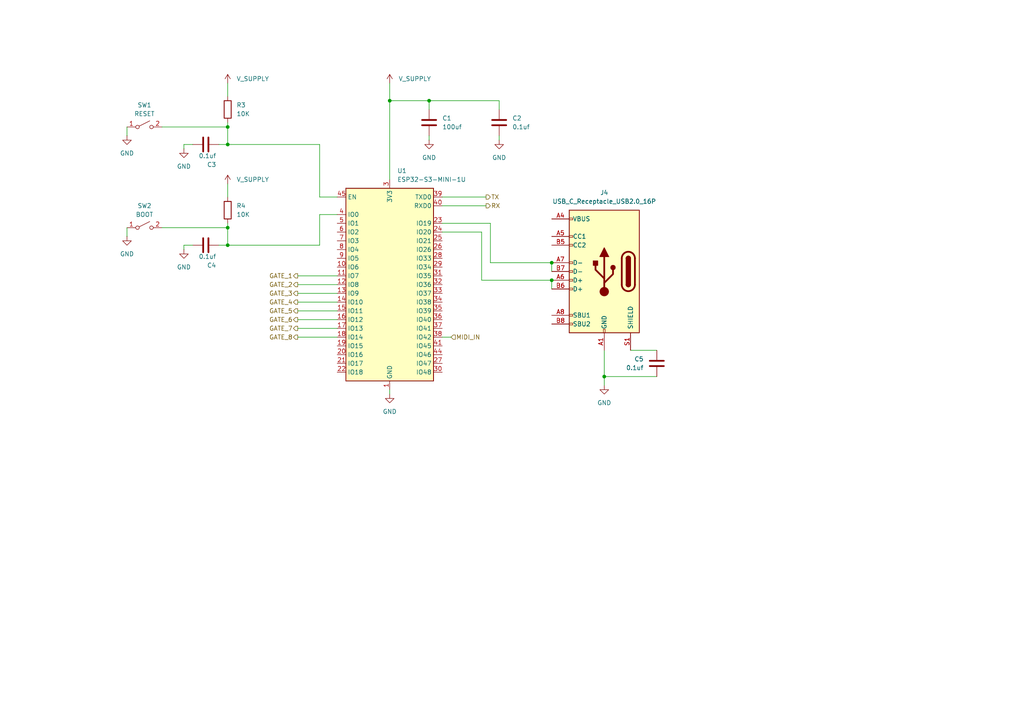
<source format=kicad_sch>
(kicad_sch (version 20231120) (generator "eeschema") (generator_version "8.0")
  (paper "A4")
  (lib_symbols
    (symbol "Connector:USB_C_Receptacle_USB2.0_16P" (pin_names (offset 1.016))
      (property "Reference" "J" (at 0 22.225 0))
      (property "Value" "USB_C_Receptacle_USB2.0_16P" (at 0 19.685 0))
      (symbol "USB_C_Receptacle_USB2.0_16P_0_0"
        (rectangle (start -0.254 -17.78) (end 0.254 -16.764))
        (rectangle (start 10.16 -14.986) (end 9.144 -15.494))
        (rectangle (start 10.16 -12.446) (end 9.144 -12.954))
        (rectangle (start 10.16 -4.826) (end 9.144 -5.334))
        (rectangle (start 10.16 -2.286) (end 9.144 -2.794))
        (rectangle (start 10.16 0.254) (end 9.144 -0.254))
        (rectangle (start 10.16 2.794) (end 9.144 2.286))
        (rectangle (start 10.16 7.874) (end 9.144 7.366))
        (rectangle (start 10.16 10.414) (end 9.144 9.906))
        (rectangle (start 10.16 15.494) (end 9.144 14.986))
      )
      (symbol "USB_C_Receptacle_USB2.0_16P_0_1"
        (rectangle (start -10.16 17.78) (end 10.16 -17.78) (stroke (width 0.254)) (fill (type background)))
        (arc (start -8.89 -3.81) (mid -6.985 -5.7067) (end -5.08 -3.81) (stroke (width 0.508)))
        (arc (start -7.62 -3.81) (mid -6.985 -4.4423) (end -6.35 -3.81) (stroke (width 0.254)))
        (arc (start -7.62 -3.81) (mid -6.985 -4.4423) (end -6.35 -3.81) (stroke (width 0.254)) (fill (type outline)))
        (rectangle (start -7.62 -3.81) (end -6.35 3.81) (stroke (width 0.254)) (fill (type outline)))
        (arc (start -6.35 3.81) (mid -6.985 4.4423) (end -7.62 3.81) (stroke (width 0.254)))
        (arc (start -6.35 3.81) (mid -6.985 4.4423) (end -7.62 3.81) (stroke (width 0.254)) (fill (type outline)))
        (arc (start -5.08 3.81) (mid -6.985 5.7067) (end -8.89 3.81) (stroke (width 0.508)))
        (circle (center -2.54 1.143) (radius 0.635) (stroke (width 0.254)) (fill (type outline)))
        (circle (center 0 -5.842) (radius 1.27) (fill (type outline)))
        (polyline (pts (xy -8.89 -3.81) (xy -8.89 3.81)) (stroke (width 0.508)))
        (polyline (pts (xy -5.08 3.81) (xy -5.08 -3.81)) (stroke (width 0.508)))
        (polyline (pts (xy 0 -5.842) (xy 0 4.318)) (stroke (width 0.508)))
        (polyline (pts (xy 0 -3.302) (xy -2.54 -0.762) (xy -2.54 0.508)) (stroke (width 0.508)))
        (polyline (pts (xy 0 -2.032) (xy 2.54 0.508) (xy 2.54 1.778)) (stroke (width 0.508)))
        (polyline (pts (xy -1.27 4.318) (xy 0 6.858) (xy 1.27 4.318) (xy -1.27 4.318)) (stroke (width 0.254)) (fill (type outline)))
        (rectangle (start 1.905 1.778) (end 3.175 3.048) (stroke (width 0.254)) (fill (type outline)))
      )
      (symbol "USB_C_Receptacle_USB2.0_16P_1_1"
        (pin passive line (at 0 -22.86 90) (length 5.08) (name "GND") (number "A1"))
        (pin passive line (at 0 -22.86 90) (length 5.08) hide (name "GND") (number "A12"))
        (pin passive line (at 15.24 15.24 180) (length 5.08) (name "VBUS") (number "A4"))
        (pin bidirectional line (at 15.24 10.16 180) (length 5.08) (name "CC1") (number "A5"))
        (pin bidirectional line (at 15.24 -2.54 180) (length 5.08) (name "D+") (number "A6"))
        (pin bidirectional line (at 15.24 2.54 180) (length 5.08) (name "D-") (number "A7"))
        (pin bidirectional line (at 15.24 -12.7 180) (length 5.08) (name "SBU1") (number "A8"))
        (pin passive line (at 15.24 15.24 180) (length 5.08) hide (name "VBUS") (number "A9"))
        (pin passive line (at 0 -22.86 90) (length 5.08) hide (name "GND") (number "B1"))
        (pin passive line (at 0 -22.86 90) (length 5.08) hide (name "GND") (number "B12"))
        (pin passive line (at 15.24 15.24 180) (length 5.08) hide (name "VBUS") (number "B4"))
        (pin bidirectional line (at 15.24 7.62 180) (length 5.08) (name "CC2") (number "B5"))
        (pin bidirectional line (at 15.24 -5.08 180) (length 5.08) (name "D+") (number "B6"))
        (pin bidirectional line (at 15.24 0 180) (length 5.08) (name "D-") (number "B7"))
        (pin bidirectional line (at 15.24 -15.24 180) (length 5.08) (name "SBU2") (number "B8"))
        (pin passive line (at 15.24 15.24 180) (length 5.08) hide (name "VBUS") (number "B9"))
        (pin passive line (at -7.62 -22.86 90) (length 5.08) (name "SHIELD") (number "S1"))
      )
    )
    (symbol "Device:C" (pin_numbers hide) (pin_names (offset 0.254))
      (property "Reference" "C" (at 0.635 2.54 0))
      (property "Value" "C" (at 0.635 -2.54 0))
      (symbol "C_0_1"
        (polyline (pts (xy -2.032 -0.762) (xy 2.032 -0.762)) (stroke (width 0.508)))
        (polyline (pts (xy -2.032 0.762) (xy 2.032 0.762)) (stroke (width 0.508)))
      )
      (symbol "C_1_1"
        (pin passive line (at 0 3.81 270) (length 2.794) (name "~") (number "1"))
        (pin passive line (at 0 -3.81 90) (length 2.794) (name "~") (number "2"))
      )
    )
    (symbol "Device:R" (pin_numbers hide) (pin_names (offset 0))
      (property "Reference" "R" (at 2.032 0 90))
      (property "Value" "R" (at 0 0 90))
      (symbol "R_0_1"
        (rectangle (start -1.016 -2.54) (end 1.016 2.54) (stroke (width 0.254)))
      )
      (symbol "R_1_1"
        (pin passive line (at 0 3.81 270) (length 1.27) (name "~") (number "1"))
        (pin passive line (at 0 -3.81 90) (length 1.27) (name "~") (number "2"))
      )
    )
    (symbol "RF_Module:ESP32-S3-MINI-1U"
      (property "Reference" "U" (at -11.43 29.21 0))
      (property "Value" "ESP32-S3-MINI-1U" (at 12.7 29.21 0))
      (symbol "ESP32-S3-MINI-1U_0_1"
        (rectangle (start -12.7 27.94) (end 12.7 -27.94) (stroke (width 0.254)) (fill (type background)))
      )
      (symbol "ESP32-S3-MINI-1U_1_1"
        (pin power_in line (at 0 -30.48 90) (length 2.54) (name "GND") (number "1"))
        (pin bidirectional line (at -15.24 5.08 0) (length 2.54) (name "IO6") (number "10"))
        (pin bidirectional line (at -15.24 2.54 0) (length 2.54) (name "IO7") (number "11"))
        (pin bidirectional line (at -15.24 0 0) (length 2.54) (name "IO8") (number "12"))
        (pin bidirectional line (at -15.24 -2.54 0) (length 2.54) (name "IO9") (number "13"))
        (pin bidirectional line (at -15.24 -5.08 0) (length 2.54) (name "IO10") (number "14"))
        (pin bidirectional line (at -15.24 -7.62 0) (length 2.54) (name "IO11") (number "15"))
        (pin bidirectional line (at -15.24 -10.16 0) (length 2.54) (name "IO12") (number "16"))
        (pin bidirectional line (at -15.24 -12.7 0) (length 2.54) (name "IO13") (number "17"))
        (pin bidirectional line (at -15.24 -15.24 0) (length 2.54) (name "IO14") (number "18"))
        (pin bidirectional line (at -15.24 -17.78 0) (length 2.54) (name "IO15") (number "19"))
        (pin passive line (at 0 -30.48 90) (length 2.54) hide (name "GND") (number "2"))
        (pin bidirectional line (at -15.24 -20.32 0) (length 2.54) (name "IO16") (number "20"))
        (pin bidirectional line (at -15.24 -22.86 0) (length 2.54) (name "IO17") (number "21"))
        (pin bidirectional line (at -15.24 -25.4 0) (length 2.54) (name "IO18") (number "22"))
        (pin bidirectional line (at 15.24 17.78 180) (length 2.54) (name "IO19") (number "23"))
        (pin bidirectional line (at 15.24 15.24 180) (length 2.54) (name "IO20") (number "24"))
        (pin bidirectional line (at 15.24 12.7 180) (length 2.54) (name "IO21") (number "25"))
        (pin bidirectional line (at 15.24 10.16 180) (length 2.54) (name "IO26") (number "26"))
        (pin bidirectional line (at 15.24 -22.86 180) (length 2.54) (name "IO47") (number "27"))
        (pin bidirectional line (at 15.24 7.62 180) (length 2.54) (name "IO33") (number "28"))
        (pin bidirectional line (at 15.24 5.08 180) (length 2.54) (name "IO34") (number "29"))
        (pin power_in line (at 0 30.48 270) (length 2.54) (name "3V3") (number "3"))
        (pin bidirectional line (at 15.24 -25.4 180) (length 2.54) (name "IO48") (number "30"))
        (pin bidirectional line (at 15.24 2.54 180) (length 2.54) (name "IO35") (number "31"))
        (pin bidirectional line (at 15.24 0 180) (length 2.54) (name "IO36") (number "32"))
        (pin bidirectional line (at 15.24 -2.54 180) (length 2.54) (name "IO37") (number "33"))
        (pin bidirectional line (at 15.24 -5.08 180) (length 2.54) (name "IO38") (number "34"))
        (pin bidirectional line (at 15.24 -7.62 180) (length 2.54) (name "IO39") (number "35"))
        (pin bidirectional line (at 15.24 -10.16 180) (length 2.54) (name "IO40") (number "36"))
        (pin bidirectional line (at 15.24 -12.7 180) (length 2.54) (name "IO41") (number "37"))
        (pin bidirectional line (at 15.24 -15.24 180) (length 2.54) (name "IO42") (number "38"))
        (pin bidirectional line (at 15.24 25.4 180) (length 2.54) (name "TXD0") (number "39"))
        (pin bidirectional line (at -15.24 20.32 0) (length 2.54) (name "IO0") (number "4"))
        (pin bidirectional line (at 15.24 22.86 180) (length 2.54) (name "RXD0") (number "40"))
        (pin bidirectional line (at 15.24 -17.78 180) (length 2.54) (name "IO45") (number "41"))
        (pin passive line (at 0 -30.48 90) (length 2.54) hide (name "GND") (number "42"))
        (pin passive line (at 0 -30.48 90) (length 2.54) hide (name "GND") (number "43"))
        (pin bidirectional line (at 15.24 -20.32 180) (length 2.54) (name "IO46") (number "44"))
        (pin input line (at -15.24 25.4 0) (length 2.54) (name "EN") (number "45"))
        (pin passive line (at 0 -30.48 90) (length 2.54) hide (name "GND") (number "46"))
        (pin passive line (at 0 -30.48 90) (length 2.54) hide (name "GND") (number "47"))
        (pin passive line (at 0 -30.48 90) (length 2.54) hide (name "GND") (number "48"))
        (pin passive line (at 0 -30.48 90) (length 2.54) hide (name "GND") (number "49"))
        (pin bidirectional line (at -15.24 17.78 0) (length 2.54) (name "IO1") (number "5"))
        (pin passive line (at 0 -30.48 90) (length 2.54) hide (name "GND") (number "50"))
        (pin passive line (at 0 -30.48 90) (length 2.54) hide (name "GND") (number "51"))
        (pin passive line (at 0 -30.48 90) (length 2.54) hide (name "GND") (number "52"))
        (pin passive line (at 0 -30.48 90) (length 2.54) hide (name "GND") (number "53"))
        (pin passive line (at 0 -30.48 90) (length 2.54) hide (name "GND") (number "54"))
        (pin passive line (at 0 -30.48 90) (length 2.54) hide (name "GND") (number "55"))
        (pin passive line (at 0 -30.48 90) (length 2.54) hide (name "GND") (number "56"))
        (pin passive line (at 0 -30.48 90) (length 2.54) hide (name "GND") (number "57"))
        (pin passive line (at 0 -30.48 90) (length 2.54) hide (name "GND") (number "58"))
        (pin passive line (at 0 -30.48 90) (length 2.54) hide (name "GND") (number "59"))
        (pin bidirectional line (at -15.24 15.24 0) (length 2.54) (name "IO2") (number "6"))
        (pin passive line (at 0 -30.48 90) (length 2.54) hide (name "GND") (number "60"))
        (pin passive line (at 0 -30.48 90) (length 2.54) hide (name "GND") (number "61"))
        (pin passive line (at 0 -30.48 90) (length 2.54) hide (name "GND") (number "62"))
        (pin passive line (at 0 -30.48 90) (length 2.54) hide (name "GND") (number "63"))
        (pin passive line (at 0 -30.48 90) (length 2.54) hide (name "GND") (number "64"))
        (pin passive line (at 0 -30.48 90) (length 2.54) hide (name "GND") (number "65"))
        (pin bidirectional line (at -15.24 12.7 0) (length 2.54) (name "IO3") (number "7"))
        (pin bidirectional line (at -15.24 10.16 0) (length 2.54) (name "IO4") (number "8"))
        (pin bidirectional line (at -15.24 7.62 0) (length 2.54) (name "IO5") (number "9"))
      )
    )
    (symbol "Switch:SW_SPST" (pin_names (offset 0) hide)
      (property "Reference" "SW" (at 0 3.175 0))
      (property "Value" "SW_SPST" (at 0 -2.54 0))
      (symbol "SW_SPST_0_0"
        (circle (center -2.032 0) (radius 0.508))
        (polyline (pts (xy -1.524 0.254) (xy 1.524 1.778)))
        (circle (center 2.032 0) (radius 0.508))
      )
      (symbol "SW_SPST_1_1"
        (pin passive line (at -5.08 0 0) (length 2.54) (name "A") (number "1"))
        (pin passive line (at 5.08 0 180) (length 2.54) (name "B") (number "2"))
      )
    )
    (symbol "power:+5V" (power) (pin_numbers hide) (pin_names (offset 0) hide)
      (property "Value" "+5V" (at 0 3.556 0))
      (symbol "+5V_0_1"
        (polyline (pts (xy -0.762 1.27) (xy 0 2.54)))
        (polyline (pts (xy 0 0) (xy 0 2.54)))
        (polyline (pts (xy 0 2.54) (xy 0.762 1.27)))
      )
      (symbol "+5V_1_1"
        (pin power_in line (at 0 0 90) (length 0) (name "~") (number "1"))
      )
    )
    (symbol "power:GND" (power) (pin_numbers hide) (pin_names (offset 0) hide)
      (property "Value" "GND" (at 0 -3.81 0))
      (symbol "GND_0_1"
        (polyline (pts (xy 0 0) (xy 0 -1.27) (xy 1.27 -1.27) (xy 0 -2.54) (xy -1.27 -1.27) (xy 0 -1.27)))
      )
      (symbol "GND_1_1"
        (pin power_in line (at 0 0 270) (length 0) (name "~") (number "1"))
      )
    )
  )
  (junction (at 66.04 66.04))
  (junction (at 160.02 81.28))
  (junction (at 124.46 29.21))
  (junction (at 66.04 71.12))
  (junction (at 66.04 36.83))
  (junction (at 160.02 76.2))
  (junction (at 66.04 41.91))
  (junction (at 175.26 109.22))
  (junction (at 113.03 29.21))
  (wire (pts (xy 53.34 72.39) (xy 53.34 71.12)))
  (wire (pts (xy 124.46 31.75) (xy 124.46 29.21)))
  (wire (pts (xy 160.02 81.28) (xy 160.02 83.82)))
  (wire (pts (xy 53.34 71.12) (xy 55.88 71.12)))
  (wire (pts (xy 139.7 81.28) (xy 160.02 81.28)))
  (wire (pts (xy 86.36 80.01) (xy 97.79 80.01)))
  (wire (pts (xy 139.7 67.31) (xy 139.7 81.28)))
  (wire (pts (xy 113.03 24.13) (xy 113.03 29.21)))
  (wire (pts (xy 36.83 68.58) (xy 36.83 66.04)))
  (wire (pts (xy 113.03 29.21) (xy 113.03 52.07)))
  (wire (pts (xy 113.03 29.21) (xy 124.46 29.21)))
  (wire (pts (xy 92.71 57.15) (xy 97.79 57.15)))
  (wire (pts (xy 190.5 101.6) (xy 182.88 101.6)))
  (wire (pts (xy 190.5 109.22) (xy 175.26 109.22)))
  (wire (pts (xy 66.04 27.94) (xy 66.04 24.13)))
  (wire (pts (xy 144.78 31.75) (xy 144.78 29.21)))
  (wire (pts (xy 175.26 109.22) (xy 175.26 111.76)))
  (wire (pts (xy 66.04 36.83) (xy 66.04 41.91)))
  (wire (pts (xy 113.03 114.3) (xy 113.03 113.03)))
  (wire (pts (xy 63.5 71.12) (xy 66.04 71.12)))
  (wire (pts (xy 128.27 67.31) (xy 139.7 67.31)))
  (wire (pts (xy 66.04 57.15) (xy 66.04 53.34)))
  (wire (pts (xy 66.04 41.91) (xy 92.71 41.91)))
  (wire (pts (xy 130.81 97.79) (xy 128.27 97.79)))
  (wire (pts (xy 53.34 41.91) (xy 55.88 41.91)))
  (wire (pts (xy 92.71 62.23) (xy 97.79 62.23)))
  (wire (pts (xy 92.71 71.12) (xy 92.71 62.23)))
  (wire (pts (xy 128.27 57.15) (xy 140.97 57.15)))
  (wire (pts (xy 86.36 92.71) (xy 97.79 92.71)))
  (wire (pts (xy 124.46 40.64) (xy 124.46 39.37)))
  (wire (pts (xy 142.24 76.2) (xy 160.02 76.2)))
  (wire (pts (xy 86.36 85.09) (xy 97.79 85.09)))
  (wire (pts (xy 160.02 76.2) (xy 160.02 78.74)))
  (wire (pts (xy 92.71 41.91) (xy 92.71 57.15)))
  (wire (pts (xy 66.04 71.12) (xy 92.71 71.12)))
  (wire (pts (xy 46.99 36.83) (xy 66.04 36.83)))
  (wire (pts (xy 66.04 66.04) (xy 66.04 71.12)))
  (wire (pts (xy 66.04 35.56) (xy 66.04 36.83)))
  (wire (pts (xy 175.26 101.6) (xy 175.26 109.22)))
  (wire (pts (xy 144.78 40.64) (xy 144.78 39.37)))
  (wire (pts (xy 66.04 64.77) (xy 66.04 66.04)))
  (wire (pts (xy 128.27 59.69) (xy 140.97 59.69)))
  (wire (pts (xy 124.46 29.21) (xy 144.78 29.21)))
  (wire (pts (xy 86.36 97.79) (xy 97.79 97.79)))
  (wire (pts (xy 63.5 41.91) (xy 66.04 41.91)))
  (wire (pts (xy 86.36 90.17) (xy 97.79 90.17)))
  (wire (pts (xy 36.83 39.37) (xy 36.83 36.83)))
  (wire (pts (xy 46.99 66.04) (xy 66.04 66.04)))
  (wire (pts (xy 128.27 64.77) (xy 142.24 64.77)))
  (wire (pts (xy 86.36 87.63) (xy 97.79 87.63)))
  (wire (pts (xy 86.36 95.25) (xy 97.79 95.25)))
  (wire (pts (xy 142.24 64.77) (xy 142.24 76.2)))
  (wire (pts (xy 86.36 82.55) (xy 97.79 82.55)))
  (wire (pts (xy 53.34 43.18) (xy 53.34 41.91)))
  (hierarchical_label "RX" (shape output) (at 140.97 59.69 0))
  (hierarchical_label "GATE_5" (shape output) (at 86.36 90.17 180))
  (hierarchical_label "GATE_1" (shape output) (at 86.36 80.01 180))
  (hierarchical_label "MIDI_IN" (shape input) (at 130.81 97.79 0))
  (hierarchical_label "GATE_7" (shape output) (at 86.36 95.25 180))
  (hierarchical_label "GATE_6" (shape output) (at 86.36 92.71 180))
  (hierarchical_label "GATE_4" (shape output) (at 86.36 87.63 180))
  (hierarchical_label "TX" (shape output) (at 140.97 57.15 0))
  (hierarchical_label "GATE_3" (shape output) (at 86.36 85.09 180))
  (hierarchical_label "GATE_2" (shape output) (at 86.36 82.55 180))
  (hierarchical_label "GATE_8" (shape output) (at 86.36 97.79 180))
  (symbol (lib_id "power:GND") (at 36.83 39.37 0) (unit 1)
    (property "Reference" "#PWR013" (effects (hide yes)))
    (property "Value" "GND" (at 36.83 44.45 0))
    (property "Description" "Power symbol creates a global label with name \"GND\" , ground" (effects (hide yes)))
  )
  (symbol (lib_id "power:GND") (at 53.34 43.18 0) (unit 1)
    (property "Reference" "#PWR016" (effects (hide yes)))
    (property "Value" "GND" (at 53.34 48.26 0))
    (property "Description" "Power symbol creates a global label with name \"GND\" , ground" (effects (hide yes)))
  )
  (symbol (lib_id "Device:C") (at 124.46 35.56 0) (unit 1)
    (property "Reference" "C1" (at 128.27 34.2899 0) (effects (justify left)))
    (property "Value" "100uf" (at 128.27 36.8299 0) (effects (justify left)))
    (property "Footprint" "Capacitor_SMD:C_1206_3216Metric" (effects (hide yes)))
    (property "Description" "Unpolarized capacitor" (effects (hide yes)))
  )
  (symbol (lib_id "Switch:SW_SPST") (at 41.91 36.83 0) (unit 1)
    (property "Reference" "SW1" (at 41.91 30.48 0))
    (property "Value" "RESET" (at 41.91 33.02 0))
    (property "Footprint" "BreadModular_MISC:SPST_TS-1187A-B-A-B" (effects (hide yes)))
    (property "Description" "Single Pole Single Throw (SPST) switch" (effects (hide yes)))
  )
  (symbol (lib_id "Switch:SW_SPST") (at 41.91 66.04 0) (unit 1)
    (property "Reference" "SW2" (at 41.91 59.69 0))
    (property "Value" "BOOT" (at 41.91 62.23 0))
    (property "Footprint" "BreadModular_MISC:SPST_TS-1187A-B-A-B" (effects (hide yes)))
    (property "Description" "Single Pole Single Throw (SPST) switch" (effects (hide yes)))
  )
  (symbol (lib_id "power:+5V") (at 66.04 24.13 0) (unit 1)
    (property "Reference" "#PWR011" (effects (hide yes)))
    (property "Value" "V_SUPPLY" (at 68.58 22.8599 0) (effects (justify left)))
    (property "Description" "Power symbol creates a global label with name \"+5V\"" (effects (hide yes)))
  )
  (symbol (lib_id "power:+5V") (at 66.04 53.34 0) (unit 1)
    (property "Reference" "#PWR017" (effects (hide yes)))
    (property "Value" "V_SUPPLY" (at 68.58 52.0699 0) (effects (justify left)))
    (property "Description" "Power symbol creates a global label with name \"+5V\"" (effects (hide yes)))
  )
  (symbol (lib_id "power:GND") (at 175.26 111.76 0) (mirror y) (unit 1)
    (property "Reference" "#PWR020" (effects (hide yes)))
    (property "Value" "GND" (at 175.26 116.84 0))
    (property "Description" "Power symbol creates a global label with name \"GND\" , ground" (effects (hide yes)))
  )
  (symbol (lib_id "power:+5V") (at 113.03 24.13 0) (unit 1)
    (property "Reference" "#PWR012" (effects (hide yes)))
    (property "Value" "V_SUPPLY" (at 115.57 22.8599 0) (effects (justify left)))
    (property "Description" "Power symbol creates a global label with name \"+5V\"" (effects (hide yes)))
  )
  (symbol (lib_id "Device:C") (at 59.69 71.12 90) (unit 1)
    (property "Reference" "C4" (at 62.738 76.962 90) (effects (justify left)))
    (property "Value" "0.1uf" (at 62.738 74.422 90) (effects (justify left)))
    (property "Footprint" "Capacitor_SMD:C_0402_1005Metric" (effects (hide yes)))
    (property "Description" "Unpolarized capacitor" (effects (hide yes)))
  )
  (symbol (lib_id "power:GND") (at 113.03 114.3 0) (unit 1)
    (property "Reference" "#PWR021" (effects (hide yes)))
    (property "Value" "GND" (at 113.03 119.38 0))
    (property "Description" "Power symbol creates a global label with name \"GND\" , ground" (effects (hide yes)))
  )
  (symbol (lib_id "power:GND") (at 36.83 68.58 0) (unit 1)
    (property "Reference" "#PWR018" (effects (hide yes)))
    (property "Value" "GND" (at 36.83 73.66 0))
    (property "Description" "Power symbol creates a global label with name \"GND\" , ground" (effects (hide yes)))
  )
  (symbol (lib_id "Device:C") (at 59.69 41.91 90) (unit 1)
    (property "Reference" "C3" (at 62.738 47.752 90) (effects (justify left)))
    (property "Value" "0.1uf" (at 62.738 45.212 90) (effects (justify left)))
    (property "Footprint" "Capacitor_SMD:C_0402_1005Metric" (effects (hide yes)))
    (property "Description" "Unpolarized capacitor" (effects (hide yes)))
  )
  (symbol (lib_id "power:GND") (at 144.78 40.64 0) (unit 1)
    (property "Reference" "#PWR015" (effects (hide yes)))
    (property "Value" "GND" (at 144.78 45.72 0))
    (property "Description" "Power symbol creates a global label with name \"GND\" , ground" (effects (hide yes)))
  )
  (symbol (lib_id "RF_Module:ESP32-S3-MINI-1U") (at 113.03 82.55 0) (unit 1)
    (property "Reference" "U1" (at 115.2241 49.53 0) (effects (justify left)))
    (property "Value" "ESP32-S3-MINI-1U" (at 115.2241 52.07 0) (effects (justify left)))
    (property "Footprint" "RF_Module:ESP32-S2-MINI-1U" (effects (hide yes)))
    (property "Datasheet" "https://www.espressif.com/sites/default/files/documentation/esp32-s3-mini-1_mini-1u_datasheet_en.pdf" (effects (hide yes)))
    (property "Description" "RF Module, ESP32-S3 SoC, Wi-Fi 802.11b/g/n, Bluetooth, BLE, 32-bit, 3.3V, SMD, external antenna" (effects (hide yes)))
  )
  (symbol (lib_id "Device:C") (at 190.5 105.41 0) (mirror y) (unit 1)
    (property "Reference" "C5" (at 186.69 104.1399 0) (effects (justify left)))
    (property "Value" "0.1uf" (at 186.69 106.6799 0) (effects (justify left)))
    (property "Footprint" "Capacitor_SMD:C_0402_1005Metric" (effects (hide yes)))
    (property "Description" "Unpolarized capacitor" (effects (hide yes)))
  )
  (symbol (lib_id "power:GND") (at 124.46 40.64 0) (unit 1)
    (property "Reference" "#PWR014" (effects (hide yes)))
    (property "Value" "GND" (at 124.46 45.72 0))
    (property "Description" "Power symbol creates a global label with name \"GND\" , ground" (effects (hide yes)))
  )
  (symbol (lib_id "Device:R") (at 66.04 60.96 0) (unit 1)
    (property "Reference" "R4" (at 68.58 59.6899 0) (effects (justify left)))
    (property "Value" "10K" (at 68.58 62.2299 0) (effects (justify left)))
    (property "Footprint" "Resistor_SMD:R_0402_1005Metric" (effects (hide yes)))
    (property "Description" "Resistor" (effects (hide yes)))
  )
  (symbol (lib_id "Device:R") (at 66.04 31.75 0) (unit 1)
    (property "Reference" "R3" (at 68.58 30.4799 0) (effects (justify left)))
    (property "Value" "10K" (at 68.58 33.0199 0) (effects (justify left)))
    (property "Footprint" "Resistor_SMD:R_0402_1005Metric" (effects (hide yes)))
    (property "Description" "Resistor" (effects (hide yes)))
  )
  (symbol (lib_id "power:GND") (at 53.34 72.39 0) (unit 1)
    (property "Reference" "#PWR019" (effects (hide yes)))
    (property "Value" "GND" (at 53.34 77.47 0))
    (property "Description" "Power symbol creates a global label with name \"GND\" , ground" (effects (hide yes)))
  )
  (symbol (lib_id "Device:C") (at 144.78 35.56 0) (unit 1)
    (property "Reference" "C2" (at 148.59 34.2899 0) (effects (justify left)))
    (property "Value" "0.1uf" (at 148.59 36.8299 0) (effects (justify left)))
    (property "Footprint" "Capacitor_SMD:C_0402_1005Metric" (effects (hide yes)))
    (property "Description" "Unpolarized capacitor" (effects (hide yes)))
  )
  (symbol (lib_id "Connector:USB_C_Receptacle_USB2.0_16P") (at 175.26 78.74 0) (mirror y) (unit 1)
    (property "Reference" "J4" (at 175.26 55.88 0))
    (property "Value" "USB_C_Receptacle_USB2.0_16P" (at 175.26 58.42 0))
    (property "Footprint" "BreadModular_TypeC:HRO-TYPE-C-31-M-12" (effects (hide yes)))
    (property "Datasheet" "https://www.usb.org/sites/default/files/documents/usb_type-c.zip" (effects (hide yes)))
    (property "Description" "USB 2.0-only 16P Type-C Receptacle connector" (effects (hide yes)))
  )
)
</source>
